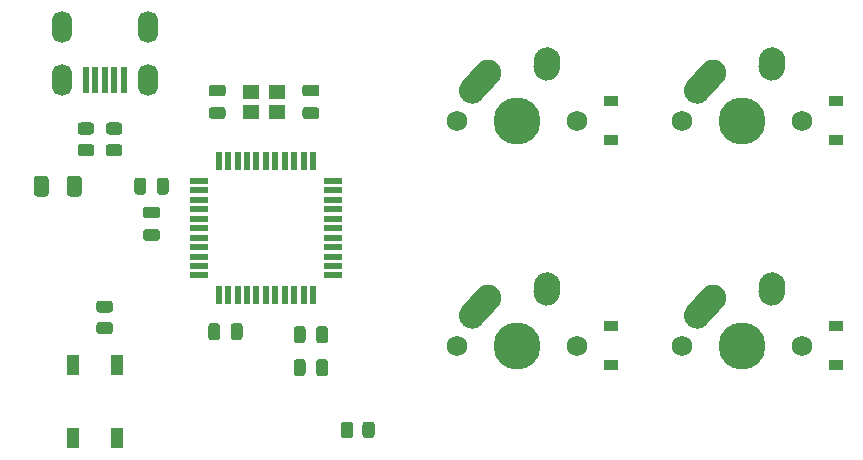
<source format=gbs>
%TF.GenerationSoftware,KiCad,Pcbnew,(5.1.10)-1*%
%TF.CreationDate,2022-03-08T18:09:42-05:00*%
%TF.ProjectId,DIY_Keyboard_PCB,4449595f-4b65-4796-926f-6172645f5043,rev?*%
%TF.SameCoordinates,Original*%
%TF.FileFunction,Soldermask,Bot*%
%TF.FilePolarity,Negative*%
%FSLAX46Y46*%
G04 Gerber Fmt 4.6, Leading zero omitted, Abs format (unit mm)*
G04 Created by KiCad (PCBNEW (5.1.10)-1) date 2022-03-08 18:09:42*
%MOMM*%
%LPD*%
G01*
G04 APERTURE LIST*
%ADD10O,1.700000X2.700000*%
%ADD11R,0.500000X2.250000*%
%ADD12R,1.400000X1.200000*%
%ADD13R,0.550000X1.500000*%
%ADD14R,1.500000X0.550000*%
%ADD15R,1.100000X1.800000*%
%ADD16C,1.750000*%
%ADD17C,2.250000*%
%ADD18C,3.987800*%
%ADD19R,1.200000X0.900000*%
G04 APERTURE END LIST*
D10*
%TO.C,USB1*%
X77312500Y-132556250D03*
X84612500Y-132556250D03*
X84612500Y-137056250D03*
X77312500Y-137056250D03*
D11*
X79362500Y-137056250D03*
X80162500Y-137056250D03*
X80962500Y-137056250D03*
X81762500Y-137056250D03*
X82562500Y-137056250D03*
%TD*%
D12*
%TO.C,Y1*%
X95556250Y-138056250D03*
X93356250Y-138056250D03*
X93356250Y-139756250D03*
X95556250Y-139756250D03*
%TD*%
D13*
%TO.C,U1*%
X90615000Y-155306000D03*
X91415000Y-155306000D03*
X92215000Y-155306000D03*
X93015000Y-155306000D03*
X93815000Y-155306000D03*
X94615000Y-155306000D03*
X95415000Y-155306000D03*
X96215000Y-155306000D03*
X97015000Y-155306000D03*
X97815000Y-155306000D03*
X98615000Y-155306000D03*
D14*
X100315000Y-153606000D03*
X100315000Y-152806000D03*
X100315000Y-152006000D03*
X100315000Y-151206000D03*
X100315000Y-150406000D03*
X100315000Y-149606000D03*
X100315000Y-148806000D03*
X100315000Y-148006000D03*
X100315000Y-147206000D03*
X100315000Y-146406000D03*
X100315000Y-145606000D03*
D13*
X98615000Y-143906000D03*
X97815000Y-143906000D03*
X97015000Y-143906000D03*
X96215000Y-143906000D03*
X95415000Y-143906000D03*
X94615000Y-143906000D03*
X93815000Y-143906000D03*
X93015000Y-143906000D03*
X92215000Y-143906000D03*
X91415000Y-143906000D03*
X90615000Y-143906000D03*
D14*
X88915000Y-145606000D03*
X88915000Y-146406000D03*
X88915000Y-147206000D03*
X88915000Y-148006000D03*
X88915000Y-148806000D03*
X88915000Y-149606000D03*
X88915000Y-150406000D03*
X88915000Y-151206000D03*
X88915000Y-152006000D03*
X88915000Y-152806000D03*
X88915000Y-153606000D03*
%TD*%
D15*
%TO.C,SW1*%
X82018750Y-161206250D03*
X78318750Y-167406250D03*
X78318750Y-161206250D03*
X82018750Y-167406250D03*
%TD*%
%TO.C,R4*%
G36*
G01*
X102793750Y-167137502D02*
X102793750Y-166237498D01*
G75*
G02*
X103043748Y-165987500I249998J0D01*
G01*
X103568752Y-165987500D01*
G75*
G02*
X103818750Y-166237498I0J-249998D01*
G01*
X103818750Y-167137502D01*
G75*
G02*
X103568752Y-167387500I-249998J0D01*
G01*
X103043748Y-167387500D01*
G75*
G02*
X102793750Y-167137502I0J249998D01*
G01*
G37*
G36*
G01*
X100968750Y-167137502D02*
X100968750Y-166237498D01*
G75*
G02*
X101218748Y-165987500I249998J0D01*
G01*
X101743752Y-165987500D01*
G75*
G02*
X101993750Y-166237498I0J-249998D01*
G01*
X101993750Y-167137502D01*
G75*
G02*
X101743752Y-167387500I-249998J0D01*
G01*
X101218748Y-167387500D01*
G75*
G02*
X100968750Y-167137502I0J249998D01*
G01*
G37*
%TD*%
%TO.C,R3*%
G36*
G01*
X80512498Y-157562500D02*
X81412502Y-157562500D01*
G75*
G02*
X81662500Y-157812498I0J-249998D01*
G01*
X81662500Y-158337502D01*
G75*
G02*
X81412502Y-158587500I-249998J0D01*
G01*
X80512498Y-158587500D01*
G75*
G02*
X80262500Y-158337502I0J249998D01*
G01*
X80262500Y-157812498D01*
G75*
G02*
X80512498Y-157562500I249998J0D01*
G01*
G37*
G36*
G01*
X80512498Y-155737500D02*
X81412502Y-155737500D01*
G75*
G02*
X81662500Y-155987498I0J-249998D01*
G01*
X81662500Y-156512502D01*
G75*
G02*
X81412502Y-156762500I-249998J0D01*
G01*
X80512498Y-156762500D01*
G75*
G02*
X80262500Y-156512502I0J249998D01*
G01*
X80262500Y-155987498D01*
G75*
G02*
X80512498Y-155737500I249998J0D01*
G01*
G37*
%TD*%
%TO.C,R2*%
G36*
G01*
X82206252Y-141681250D02*
X81306248Y-141681250D01*
G75*
G02*
X81056250Y-141431252I0J249998D01*
G01*
X81056250Y-140906248D01*
G75*
G02*
X81306248Y-140656250I249998J0D01*
G01*
X82206252Y-140656250D01*
G75*
G02*
X82456250Y-140906248I0J-249998D01*
G01*
X82456250Y-141431252D01*
G75*
G02*
X82206252Y-141681250I-249998J0D01*
G01*
G37*
G36*
G01*
X82206252Y-143506250D02*
X81306248Y-143506250D01*
G75*
G02*
X81056250Y-143256252I0J249998D01*
G01*
X81056250Y-142731248D01*
G75*
G02*
X81306248Y-142481250I249998J0D01*
G01*
X82206252Y-142481250D01*
G75*
G02*
X82456250Y-142731248I0J-249998D01*
G01*
X82456250Y-143256252D01*
G75*
G02*
X82206252Y-143506250I-249998J0D01*
G01*
G37*
%TD*%
%TO.C,R1*%
G36*
G01*
X79825002Y-141681250D02*
X78924998Y-141681250D01*
G75*
G02*
X78675000Y-141431252I0J249998D01*
G01*
X78675000Y-140906248D01*
G75*
G02*
X78924998Y-140656250I249998J0D01*
G01*
X79825002Y-140656250D01*
G75*
G02*
X80075000Y-140906248I0J-249998D01*
G01*
X80075000Y-141431252D01*
G75*
G02*
X79825002Y-141681250I-249998J0D01*
G01*
G37*
G36*
G01*
X79825002Y-143506250D02*
X78924998Y-143506250D01*
G75*
G02*
X78675000Y-143256252I0J249998D01*
G01*
X78675000Y-142731248D01*
G75*
G02*
X78924998Y-142481250I249998J0D01*
G01*
X79825002Y-142481250D01*
G75*
G02*
X80075000Y-142731248I0J-249998D01*
G01*
X80075000Y-143256252D01*
G75*
G02*
X79825002Y-143506250I-249998J0D01*
G01*
G37*
%TD*%
D16*
%TO.C,MX4*%
X140017500Y-159543750D03*
X129857500Y-159543750D03*
D17*
X132437500Y-155543750D03*
D18*
X134937500Y-159543750D03*
G36*
G01*
X130376188Y-157841100D02*
X130376183Y-157841095D01*
G75*
G02*
X130290155Y-156252433I751317J837345D01*
G01*
X131600157Y-154792433D01*
G75*
G02*
X133188819Y-154706405I837345J-751317D01*
G01*
X133188819Y-154706405D01*
G75*
G02*
X133274847Y-156295067I-751317J-837345D01*
G01*
X131964845Y-157755067D01*
G75*
G02*
X130376183Y-157841095I-837345J751317D01*
G01*
G37*
D17*
X137477500Y-154463750D03*
G36*
G01*
X137360983Y-156166145D02*
X137360097Y-156166084D01*
G75*
G02*
X136315166Y-154966347I77403J1122334D01*
G01*
X136355166Y-154386347D01*
G75*
G02*
X137554903Y-153341416I1122334J-77403D01*
G01*
X137554903Y-153341416D01*
G75*
G02*
X138599834Y-154541153I-77403J-1122334D01*
G01*
X138559834Y-155121153D01*
G75*
G02*
X137360097Y-156166084I-1122334J77403D01*
G01*
G37*
%TD*%
D16*
%TO.C,MX3*%
X140017500Y-140493750D03*
X129857500Y-140493750D03*
D17*
X132437500Y-136493750D03*
D18*
X134937500Y-140493750D03*
G36*
G01*
X130376188Y-138791100D02*
X130376183Y-138791095D01*
G75*
G02*
X130290155Y-137202433I751317J837345D01*
G01*
X131600157Y-135742433D01*
G75*
G02*
X133188819Y-135656405I837345J-751317D01*
G01*
X133188819Y-135656405D01*
G75*
G02*
X133274847Y-137245067I-751317J-837345D01*
G01*
X131964845Y-138705067D01*
G75*
G02*
X130376183Y-138791095I-837345J751317D01*
G01*
G37*
D17*
X137477500Y-135413750D03*
G36*
G01*
X137360983Y-137116145D02*
X137360097Y-137116084D01*
G75*
G02*
X136315166Y-135916347I77403J1122334D01*
G01*
X136355166Y-135336347D01*
G75*
G02*
X137554903Y-134291416I1122334J-77403D01*
G01*
X137554903Y-134291416D01*
G75*
G02*
X138599834Y-135491153I-77403J-1122334D01*
G01*
X138559834Y-136071153D01*
G75*
G02*
X137360097Y-137116084I-1122334J77403D01*
G01*
G37*
%TD*%
D16*
%TO.C,MX2*%
X120967500Y-159543750D03*
X110807500Y-159543750D03*
D17*
X113387500Y-155543750D03*
D18*
X115887500Y-159543750D03*
G36*
G01*
X111326188Y-157841100D02*
X111326183Y-157841095D01*
G75*
G02*
X111240155Y-156252433I751317J837345D01*
G01*
X112550157Y-154792433D01*
G75*
G02*
X114138819Y-154706405I837345J-751317D01*
G01*
X114138819Y-154706405D01*
G75*
G02*
X114224847Y-156295067I-751317J-837345D01*
G01*
X112914845Y-157755067D01*
G75*
G02*
X111326183Y-157841095I-837345J751317D01*
G01*
G37*
D17*
X118427500Y-154463750D03*
G36*
G01*
X118310983Y-156166145D02*
X118310097Y-156166084D01*
G75*
G02*
X117265166Y-154966347I77403J1122334D01*
G01*
X117305166Y-154386347D01*
G75*
G02*
X118504903Y-153341416I1122334J-77403D01*
G01*
X118504903Y-153341416D01*
G75*
G02*
X119549834Y-154541153I-77403J-1122334D01*
G01*
X119509834Y-155121153D01*
G75*
G02*
X118310097Y-156166084I-1122334J77403D01*
G01*
G37*
%TD*%
D16*
%TO.C,MX1*%
X120967500Y-140493750D03*
X110807500Y-140493750D03*
D17*
X113387500Y-136493750D03*
D18*
X115887500Y-140493750D03*
G36*
G01*
X111326188Y-138791100D02*
X111326183Y-138791095D01*
G75*
G02*
X111240155Y-137202433I751317J837345D01*
G01*
X112550157Y-135742433D01*
G75*
G02*
X114138819Y-135656405I837345J-751317D01*
G01*
X114138819Y-135656405D01*
G75*
G02*
X114224847Y-137245067I-751317J-837345D01*
G01*
X112914845Y-138705067D01*
G75*
G02*
X111326183Y-138791095I-837345J751317D01*
G01*
G37*
D17*
X118427500Y-135413750D03*
G36*
G01*
X118310983Y-137116145D02*
X118310097Y-137116084D01*
G75*
G02*
X117265166Y-135916347I77403J1122334D01*
G01*
X117305166Y-135336347D01*
G75*
G02*
X118504903Y-134291416I1122334J-77403D01*
G01*
X118504903Y-134291416D01*
G75*
G02*
X119549834Y-135491153I-77403J-1122334D01*
G01*
X119509834Y-136071153D01*
G75*
G02*
X118310097Y-137116084I-1122334J77403D01*
G01*
G37*
%TD*%
%TO.C,F1*%
G36*
G01*
X76218750Y-145425000D02*
X76218750Y-146675000D01*
G75*
G02*
X75968750Y-146925000I-250000J0D01*
G01*
X75218750Y-146925000D01*
G75*
G02*
X74968750Y-146675000I0J250000D01*
G01*
X74968750Y-145425000D01*
G75*
G02*
X75218750Y-145175000I250000J0D01*
G01*
X75968750Y-145175000D01*
G75*
G02*
X76218750Y-145425000I0J-250000D01*
G01*
G37*
G36*
G01*
X79018750Y-145425000D02*
X79018750Y-146675000D01*
G75*
G02*
X78768750Y-146925000I-250000J0D01*
G01*
X78018750Y-146925000D01*
G75*
G02*
X77768750Y-146675000I0J250000D01*
G01*
X77768750Y-145425000D01*
G75*
G02*
X78018750Y-145175000I250000J0D01*
G01*
X78768750Y-145175000D01*
G75*
G02*
X79018750Y-145425000I0J-250000D01*
G01*
G37*
%TD*%
D19*
%TO.C,D4*%
X142875000Y-157893750D03*
X142875000Y-161193750D03*
%TD*%
%TO.C,D3*%
X142875000Y-138843750D03*
X142875000Y-142143750D03*
%TD*%
%TO.C,D2*%
X123825000Y-157893750D03*
X123825000Y-161193750D03*
%TD*%
%TO.C,D1*%
X123825000Y-138843750D03*
X123825000Y-142143750D03*
%TD*%
%TO.C,C7*%
G36*
G01*
X97975000Y-158148000D02*
X97975000Y-159098000D01*
G75*
G02*
X97725000Y-159348000I-250000J0D01*
G01*
X97225000Y-159348000D01*
G75*
G02*
X96975000Y-159098000I0J250000D01*
G01*
X96975000Y-158148000D01*
G75*
G02*
X97225000Y-157898000I250000J0D01*
G01*
X97725000Y-157898000D01*
G75*
G02*
X97975000Y-158148000I0J-250000D01*
G01*
G37*
G36*
G01*
X99875000Y-158148000D02*
X99875000Y-159098000D01*
G75*
G02*
X99625000Y-159348000I-250000J0D01*
G01*
X99125000Y-159348000D01*
G75*
G02*
X98875000Y-159098000I0J250000D01*
G01*
X98875000Y-158148000D01*
G75*
G02*
X99125000Y-157898000I250000J0D01*
G01*
X99625000Y-157898000D01*
G75*
G02*
X99875000Y-158148000I0J-250000D01*
G01*
G37*
%TD*%
%TO.C,C6*%
G36*
G01*
X84456250Y-149675000D02*
X85406250Y-149675000D01*
G75*
G02*
X85656250Y-149925000I0J-250000D01*
G01*
X85656250Y-150425000D01*
G75*
G02*
X85406250Y-150675000I-250000J0D01*
G01*
X84456250Y-150675000D01*
G75*
G02*
X84206250Y-150425000I0J250000D01*
G01*
X84206250Y-149925000D01*
G75*
G02*
X84456250Y-149675000I250000J0D01*
G01*
G37*
G36*
G01*
X84456250Y-147775000D02*
X85406250Y-147775000D01*
G75*
G02*
X85656250Y-148025000I0J-250000D01*
G01*
X85656250Y-148525000D01*
G75*
G02*
X85406250Y-148775000I-250000J0D01*
G01*
X84456250Y-148775000D01*
G75*
G02*
X84206250Y-148525000I0J250000D01*
G01*
X84206250Y-148025000D01*
G75*
G02*
X84456250Y-147775000I250000J0D01*
G01*
G37*
%TD*%
%TO.C,C5*%
G36*
G01*
X97975000Y-160942000D02*
X97975000Y-161892000D01*
G75*
G02*
X97725000Y-162142000I-250000J0D01*
G01*
X97225000Y-162142000D01*
G75*
G02*
X96975000Y-161892000I0J250000D01*
G01*
X96975000Y-160942000D01*
G75*
G02*
X97225000Y-160692000I250000J0D01*
G01*
X97725000Y-160692000D01*
G75*
G02*
X97975000Y-160942000I0J-250000D01*
G01*
G37*
G36*
G01*
X99875000Y-160942000D02*
X99875000Y-161892000D01*
G75*
G02*
X99625000Y-162142000I-250000J0D01*
G01*
X99125000Y-162142000D01*
G75*
G02*
X98875000Y-161892000I0J250000D01*
G01*
X98875000Y-160942000D01*
G75*
G02*
X99125000Y-160692000I250000J0D01*
G01*
X99625000Y-160692000D01*
G75*
G02*
X99875000Y-160942000I0J-250000D01*
G01*
G37*
%TD*%
%TO.C,C4*%
G36*
G01*
X84481250Y-145575000D02*
X84481250Y-146525000D01*
G75*
G02*
X84231250Y-146775000I-250000J0D01*
G01*
X83731250Y-146775000D01*
G75*
G02*
X83481250Y-146525000I0J250000D01*
G01*
X83481250Y-145575000D01*
G75*
G02*
X83731250Y-145325000I250000J0D01*
G01*
X84231250Y-145325000D01*
G75*
G02*
X84481250Y-145575000I0J-250000D01*
G01*
G37*
G36*
G01*
X86381250Y-145575000D02*
X86381250Y-146525000D01*
G75*
G02*
X86131250Y-146775000I-250000J0D01*
G01*
X85631250Y-146775000D01*
G75*
G02*
X85381250Y-146525000I0J250000D01*
G01*
X85381250Y-145575000D01*
G75*
G02*
X85631250Y-145325000I250000J0D01*
G01*
X86131250Y-145325000D01*
G75*
G02*
X86381250Y-145575000I0J-250000D01*
G01*
G37*
%TD*%
%TO.C,C3*%
G36*
G01*
X90012500Y-139356250D02*
X90962500Y-139356250D01*
G75*
G02*
X91212500Y-139606250I0J-250000D01*
G01*
X91212500Y-140106250D01*
G75*
G02*
X90962500Y-140356250I-250000J0D01*
G01*
X90012500Y-140356250D01*
G75*
G02*
X89762500Y-140106250I0J250000D01*
G01*
X89762500Y-139606250D01*
G75*
G02*
X90012500Y-139356250I250000J0D01*
G01*
G37*
G36*
G01*
X90012500Y-137456250D02*
X90962500Y-137456250D01*
G75*
G02*
X91212500Y-137706250I0J-250000D01*
G01*
X91212500Y-138206250D01*
G75*
G02*
X90962500Y-138456250I-250000J0D01*
G01*
X90012500Y-138456250D01*
G75*
G02*
X89762500Y-138206250I0J250000D01*
G01*
X89762500Y-137706250D01*
G75*
G02*
X90012500Y-137456250I250000J0D01*
G01*
G37*
%TD*%
%TO.C,C2*%
G36*
G01*
X91636000Y-158844000D02*
X91636000Y-157894000D01*
G75*
G02*
X91886000Y-157644000I250000J0D01*
G01*
X92386000Y-157644000D01*
G75*
G02*
X92636000Y-157894000I0J-250000D01*
G01*
X92636000Y-158844000D01*
G75*
G02*
X92386000Y-159094000I-250000J0D01*
G01*
X91886000Y-159094000D01*
G75*
G02*
X91636000Y-158844000I0J250000D01*
G01*
G37*
G36*
G01*
X89736000Y-158844000D02*
X89736000Y-157894000D01*
G75*
G02*
X89986000Y-157644000I250000J0D01*
G01*
X90486000Y-157644000D01*
G75*
G02*
X90736000Y-157894000I0J-250000D01*
G01*
X90736000Y-158844000D01*
G75*
G02*
X90486000Y-159094000I-250000J0D01*
G01*
X89986000Y-159094000D01*
G75*
G02*
X89736000Y-158844000I0J250000D01*
G01*
G37*
%TD*%
%TO.C,C1*%
G36*
G01*
X98900000Y-138456250D02*
X97950000Y-138456250D01*
G75*
G02*
X97700000Y-138206250I0J250000D01*
G01*
X97700000Y-137706250D01*
G75*
G02*
X97950000Y-137456250I250000J0D01*
G01*
X98900000Y-137456250D01*
G75*
G02*
X99150000Y-137706250I0J-250000D01*
G01*
X99150000Y-138206250D01*
G75*
G02*
X98900000Y-138456250I-250000J0D01*
G01*
G37*
G36*
G01*
X98900000Y-140356250D02*
X97950000Y-140356250D01*
G75*
G02*
X97700000Y-140106250I0J250000D01*
G01*
X97700000Y-139606250D01*
G75*
G02*
X97950000Y-139356250I250000J0D01*
G01*
X98900000Y-139356250D01*
G75*
G02*
X99150000Y-139606250I0J-250000D01*
G01*
X99150000Y-140106250D01*
G75*
G02*
X98900000Y-140356250I-250000J0D01*
G01*
G37*
%TD*%
M02*

</source>
